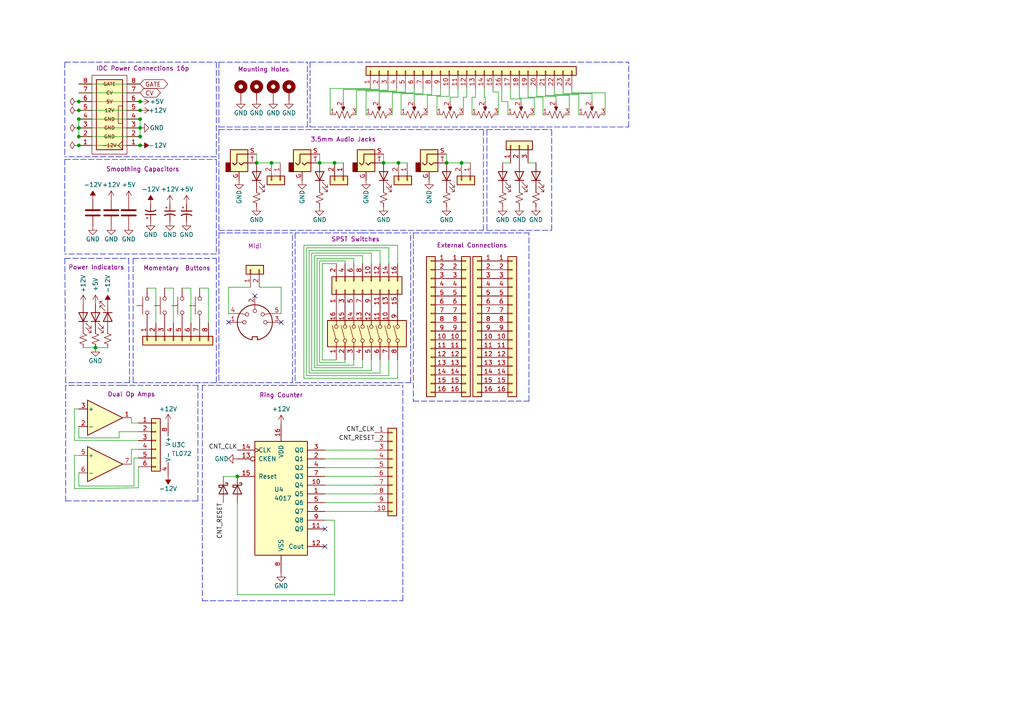
<source format=kicad_sch>
(kicad_sch (version 20211123) (generator eeschema)
  (paper "A4")
  (junction (at 27.686 100.838))
  (junction (at 115.57 47.244))
  (junction (at 68.834 138.176))
  (junction (at 111.252 47.244))
  (junction (at 40.64 37.084))
  (junction (at 129.54 47.244))
  (junction (at 40.64 32.004))
  (junction (at 22.86 29.464))
  (junction (at 40.64 39.624))
  (junction (at 74.422 47.244))
  (junction (at 78.74 47.244))
  (junction (at 92.71 47.244))
  (junction (at 22.86 42.164))
  (junction (at 22.86 34.544))
  (junction (at 40.64 34.544))
  (junction (at 97.028 47.244))
  (junction (at 22.86 37.084))
  (junction (at 22.86 39.624))
  (junction (at 22.86 32.004))
  (junction (at 40.64 42.164))
  (junction (at 40.64 29.464))
  (junction (at 133.858 47.244))
  (no_connect (at 81.534 93.472))
  (no_connect (at 66.294 93.472))
  (no_connect (at 73.914 85.852))
  (no_connect (at 94.234 158.496))
  (no_connect (at 94.234 153.416))
  (wire (pts (xy 105.156 106.68) (xy 91.186 106.68)))
  (wire (pts (xy 165.862 26.924) (xy 175.514 26.924)))
  (wire (pts (xy 34.544 127) (xy 22.86 127)))
  (polyline (pts (xy 63.5 18.034) (xy 89.154 18.034)))
  (wire (pts (xy 115.062 25.654) (xy 115.062 26.416)))
  (wire (pts (xy 40.132 132.842) (xy 38.862 132.842)))
  (wire (pts (xy 130.556 28.194) (xy 132.842 28.194)))
  (wire (pts (xy 102.616 76.454) (xy 102.616 74.93)))
  (wire (pts (xy 171.704 29.464) (xy 171.704 27.178)))
  (polyline (pts (xy 84.836 110.998) (xy 84.836 67.564)))
  (wire (pts (xy 91.948 74.93) (xy 91.948 105.918)))
  (wire (pts (xy 120.142 26.924) (xy 120.142 25.654)))
  (wire (pts (xy 34.544 127) (xy 34.544 125.222)))
  (polyline (pts (xy 18.796 46.228) (xy 18.796 73.66)))
  (polyline (pts (xy 89.916 36.83) (xy 182.372 36.83)))
  (wire (pts (xy 38.862 132.842) (xy 38.862 140.97)))
  (wire (pts (xy 155.702 27.94) (xy 161.29 27.94)))
  (polyline (pts (xy 153.416 116.332) (xy 153.416 67.564)))
  (wire (pts (xy 22.86 24.384) (xy 40.64 24.384)))
  (wire (pts (xy 68.834 145.796) (xy 68.834 172.466)))
  (wire (pts (xy 55.372 93.726) (xy 55.372 83.566)))
  (wire (pts (xy 68.834 172.466) (xy 97.028 172.466)))
  (wire (pts (xy 38.1 122.682) (xy 40.132 122.682)))
  (wire (pts (xy 167.894 27.432) (xy 167.894 33.274)))
  (wire (pts (xy 97.028 150.876) (xy 94.234 150.876)))
  (wire (pts (xy 74.422 44.704) (xy 74.422 47.244)))
  (wire (pts (xy 92.71 47.244) (xy 97.028 47.244)))
  (wire (pts (xy 135.382 28.194) (xy 135.382 25.654)))
  (wire (pts (xy 110.236 72.644) (xy 110.236 76.454)))
  (wire (pts (xy 107.696 73.406) (xy 90.424 73.406)))
  (wire (pts (xy 161.29 27.94) (xy 161.29 29.464)))
  (wire (pts (xy 134.366 28.194) (xy 134.366 33.274)))
  (wire (pts (xy 24.13 100.838) (xy 27.686 100.838)))
  (wire (pts (xy 88.138 71.12) (xy 115.316 71.12)))
  (wire (pts (xy 127.762 27.686) (xy 127.762 25.654)))
  (wire (pts (xy 145.796 47.244) (xy 148.082 47.244)))
  (wire (pts (xy 113.792 26.924) (xy 120.142 26.924)))
  (wire (pts (xy 153.162 25.654) (xy 153.162 28.194)))
  (wire (pts (xy 125.222 27.432) (xy 125.222 25.654)))
  (wire (pts (xy 60.452 93.726) (xy 60.452 83.566)))
  (wire (pts (xy 126.746 27.94) (xy 130.302 27.94)))
  (wire (pts (xy 112.776 108.966) (xy 112.776 104.394)))
  (wire (pts (xy 130.556 29.464) (xy 130.556 28.194)))
  (wire (pts (xy 157.48 28.194) (xy 157.48 33.274)))
  (wire (pts (xy 21.59 127.762) (xy 40.132 127.762)))
  (wire (pts (xy 50.292 93.726) (xy 50.292 83.566)))
  (wire (pts (xy 111.252 47.244) (xy 115.57 47.244)))
  (wire (pts (xy 81.534 83.312) (xy 81.534 90.932)))
  (wire (pts (xy 107.696 107.442) (xy 107.696 104.394)))
  (wire (pts (xy 45.212 93.726) (xy 45.212 83.566)))
  (wire (pts (xy 95.758 25.654) (xy 95.758 33.274)))
  (polyline (pts (xy 141.224 37.592) (xy 160.02 37.592)))
  (wire (pts (xy 145.542 25.654) (xy 145.542 29.464)))
  (wire (pts (xy 91.948 105.918) (xy 102.616 105.918)))
  (wire (pts (xy 115.316 71.12) (xy 115.316 76.454)))
  (wire (pts (xy 22.86 39.624) (xy 40.64 39.624)))
  (polyline (pts (xy 18.796 74.93) (xy 37.338 74.93)))
  (wire (pts (xy 34.544 125.222) (xy 40.132 125.222)))
  (wire (pts (xy 94.234 145.796) (xy 108.712 145.796)))
  (wire (pts (xy 112.522 26.162) (xy 112.522 25.654)))
  (polyline (pts (xy 89.154 36.83) (xy 89.154 18.034)))
  (wire (pts (xy 153.162 28.194) (xy 157.48 28.194)))
  (wire (pts (xy 94.234 148.336) (xy 108.712 148.336)))
  (polyline (pts (xy 18.796 74.93) (xy 19.05 110.998)))
  (wire (pts (xy 100.076 105.156) (xy 92.71 105.156)))
  (polyline (pts (xy 63.5 110.998) (xy 84.836 110.998)))
  (wire (pts (xy 151.13 28.702) (xy 151.13 29.464)))
  (wire (pts (xy 163.322 27.178) (xy 163.322 25.654)))
  (wire (pts (xy 171.704 27.178) (xy 163.322 27.178)))
  (wire (pts (xy 66.294 83.312) (xy 72.644 83.312)))
  (wire (pts (xy 88.9 108.966) (xy 112.776 108.966)))
  (wire (pts (xy 136.906 28.194) (xy 136.906 33.274)))
  (wire (pts (xy 107.442 25.654) (xy 95.758 25.654)))
  (wire (pts (xy 147.32 29.464) (xy 147.32 33.274)))
  (wire (pts (xy 140.716 29.464) (xy 140.716 28.194)))
  (wire (pts (xy 90.424 73.406) (xy 90.424 107.442)))
  (polyline (pts (xy 35.306 111.76) (xy 57.404 111.76)))
  (wire (pts (xy 94.234 143.256) (xy 108.712 143.256)))
  (wire (pts (xy 153.162 47.244) (xy 155.448 47.244)))
  (polyline (pts (xy 63.5 37.592) (xy 63.5 66.802)))
  (wire (pts (xy 22.86 39.624) (xy 22.86 37.084)))
  (polyline (pts (xy 37.592 110.998) (xy 19.05 110.998)))
  (wire (pts (xy 92.71 105.156) (xy 92.71 75.692)))
  (wire (pts (xy 116.332 27.178) (xy 122.682 27.178)))
  (wire (pts (xy 75.184 83.312) (xy 81.534 83.312)))
  (wire (pts (xy 107.696 76.454) (xy 107.696 73.406)))
  (polyline (pts (xy 119.888 116.332) (xy 153.416 116.332)))
  (wire (pts (xy 94.234 133.096) (xy 108.712 133.096)))
  (polyline (pts (xy 63.5 66.802) (xy 140.208 66.802)))
  (polyline (pts (xy 182.372 36.83) (xy 182.372 18.034)))
  (wire (pts (xy 21.59 132.08) (xy 21.59 141.732)))
  (polyline (pts (xy 160.02 66.802) (xy 160.02 37.592)))
  (polyline (pts (xy 18.796 46.228) (xy 62.738 46.228)))
  (wire (pts (xy 90.424 107.442) (xy 107.696 107.442)))
  (wire (pts (xy 165.862 25.654) (xy 165.862 26.924)))
  (wire (pts (xy 136.906 28.194) (xy 137.922 28.194)))
  (wire (pts (xy 117.602 26.67) (xy 117.602 25.654)))
  (wire (pts (xy 143.002 25.654) (xy 143.002 26.67)))
  (wire (pts (xy 27.686 100.838) (xy 31.242 100.838)))
  (polyline (pts (xy 140.208 66.802) (xy 140.208 37.592)))
  (polyline (pts (xy 89.916 18.034) (xy 89.916 36.83)))
  (wire (pts (xy 123.952 27.686) (xy 127.762 27.686)))
  (wire (pts (xy 111.252 44.704) (xy 111.252 47.244)))
  (polyline (pts (xy 18.796 18.034) (xy 18.796 45.466)))
  (wire (pts (xy 109.982 26.67) (xy 117.602 26.67)))
  (wire (pts (xy 21.59 132.08) (xy 22.86 132.08)))
  (wire (pts (xy 22.86 29.464) (xy 40.64 29.464)))
  (wire (pts (xy 116.332 27.178) (xy 116.332 33.274)))
  (wire (pts (xy 158.242 25.654) (xy 158.242 27.686)))
  (wire (pts (xy 129.54 47.244) (xy 133.858 47.244)))
  (wire (pts (xy 22.86 118.618) (xy 21.59 118.618)))
  (wire (pts (xy 140.716 28.194) (xy 140.462 28.194)))
  (polyline (pts (xy 105.156 67.564) (xy 85.598 67.564)))
  (wire (pts (xy 122.682 27.178) (xy 122.682 25.654)))
  (polyline (pts (xy 141.224 37.592) (xy 141.224 66.802)))
  (wire (pts (xy 99.568 29.464) (xy 99.568 25.908)))
  (wire (pts (xy 160.782 25.654) (xy 160.782 27.432)))
  (polyline (pts (xy 141.224 66.802) (xy 160.02 66.802)))
  (wire (pts (xy 120.142 29.464) (xy 120.142 27.432)))
  (wire (pts (xy 99.568 25.908) (xy 109.982 25.908)))
  (wire (pts (xy 97.028 47.244) (xy 99.568 47.244)))
  (wire (pts (xy 94.234 130.556) (xy 108.712 130.556)))
  (polyline (pts (xy 63.5 18.034) (xy 63.5 36.83)))
  (polyline (pts (xy 63.5 67.564) (xy 63.5 110.998)))
  (polyline (pts (xy 19.05 111.76) (xy 19.05 145.288)))
  (wire (pts (xy 21.59 141.732) (xy 40.132 141.478)))
  (wire (pts (xy 133.858 47.244) (xy 136.398 47.244)))
  (wire (pts (xy 154.94 28.448) (xy 154.94 33.274)))
  (wire (pts (xy 78.74 47.244) (xy 81.28 47.244)))
  (wire (pts (xy 129.54 44.704) (xy 129.54 47.244)))
  (wire (pts (xy 22.86 127) (xy 22.86 123.698)))
  (wire (pts (xy 115.062 26.416) (xy 106.172 26.416)))
  (wire (pts (xy 103.378 26.162) (xy 103.378 33.274)))
  (wire (pts (xy 150.622 28.448) (xy 154.94 28.448)))
  (wire (pts (xy 134.366 28.194) (xy 135.382 28.194)))
  (wire (pts (xy 109.982 25.908) (xy 109.982 25.654)))
  (polyline (pts (xy 19.05 145.288) (xy 57.404 145.288)))
  (polyline (pts (xy 85.598 67.564) (xy 85.598 110.998)))
  (wire (pts (xy 148.082 28.702) (xy 151.13 28.702)))
  (polyline (pts (xy 62.738 73.66) (xy 18.796 73.66)))
  (polyline (pts (xy 38.608 74.93) (xy 62.738 74.93)))
  (wire (pts (xy 155.702 25.654) (xy 155.702 27.94)))
  (polyline (pts (xy 85.598 110.998) (xy 119.126 110.998)))
  (polyline (pts (xy 18.796 18.034) (xy 62.738 18.034)))
  (wire (pts (xy 64.77 138.176) (xy 68.834 138.176)))
  (wire (pts (xy 74.422 47.244) (xy 78.74 47.244)))
  (wire (pts (xy 97.028 172.466) (xy 97.028 150.876)))
  (polyline (pts (xy 63.5 36.83) (xy 89.154 36.83)))
  (wire (pts (xy 115.316 109.728) (xy 88.138 109.728)))
  (wire (pts (xy 102.616 74.93) (xy 91.948 74.93)))
  (wire (pts (xy 40.132 135.382) (xy 40.132 141.478)))
  (wire (pts (xy 22.86 32.004) (xy 40.64 32.004)))
  (wire (pts (xy 89.662 108.204) (xy 89.662 72.644)))
  (wire (pts (xy 22.86 26.924) (xy 40.64 26.924)))
  (polyline (pts (xy 89.916 18.034) (xy 182.372 18.034)))
  (wire (pts (xy 38.1 121.158) (xy 38.1 122.682)))
  (wire (pts (xy 115.57 47.244) (xy 118.11 47.244)))
  (polyline (pts (xy 119.888 67.564) (xy 153.416 67.564)))
  (wire (pts (xy 140.462 28.194) (xy 140.462 25.654)))
  (wire (pts (xy 89.662 72.644) (xy 110.236 72.644)))
  (polyline (pts (xy 116.84 174.244) (xy 116.84 111.76)))
  (wire (pts (xy 120.142 27.432) (xy 125.222 27.432)))
  (wire (pts (xy 50.292 83.566) (xy 47.752 83.566)))
  (wire (pts (xy 103.378 26.162) (xy 112.522 26.162)))
  (wire (pts (xy 112.776 71.882) (xy 88.9 71.882)))
  (wire (pts (xy 113.792 26.924) (xy 113.792 33.274)))
  (wire (pts (xy 143.002 26.67) (xy 144.526 26.67)))
  (wire (pts (xy 22.86 42.164) (xy 40.64 42.164)))
  (wire (pts (xy 126.746 27.94) (xy 126.746 33.274)))
  (polyline (pts (xy 105.156 67.564) (xy 119.126 67.564)))
  (wire (pts (xy 66.294 90.932) (xy 66.294 83.312)))
  (wire (pts (xy 94.234 138.176) (xy 108.712 138.176)))
  (polyline (pts (xy 62.738 18.034) (xy 62.738 45.466)))
  (wire (pts (xy 100.076 75.692) (xy 100.076 76.454)))
  (wire (pts (xy 148.082 25.654) (xy 148.082 28.702)))
  (wire (pts (xy 38.1 130.302) (xy 40.132 130.302)))
  (wire (pts (xy 40.64 39.624) (xy 40.64 37.084)))
  (wire (pts (xy 22.86 37.084) (xy 40.64 37.084)))
  (wire (pts (xy 91.186 106.68) (xy 91.186 74.168)))
  (wire (pts (xy 110.236 108.204) (xy 89.662 108.204)))
  (wire (pts (xy 137.922 28.194) (xy 137.922 25.654)))
  (wire (pts (xy 94.234 140.716) (xy 108.712 140.716)))
  (wire (pts (xy 123.952 27.686) (xy 123.952 33.274)))
  (polyline (pts (xy 63.5 67.564) (xy 84.836 67.564)))
  (wire (pts (xy 22.86 140.97) (xy 38.862 140.97)))
  (wire (pts (xy 165.1 27.686) (xy 165.1 33.274)))
  (wire (pts (xy 105.156 74.168) (xy 105.156 76.454)))
  (wire (pts (xy 91.186 74.168) (xy 105.156 74.168)))
  (wire (pts (xy 175.514 26.924) (xy 175.514 33.274)))
  (wire (pts (xy 160.782 27.432) (xy 167.894 27.432)))
  (wire (pts (xy 22.86 37.084) (xy 22.86 34.544)))
  (wire (pts (xy 150.622 25.654) (xy 150.622 28.448)))
  (wire (pts (xy 94.234 135.636) (xy 108.712 135.636)))
  (polyline (pts (xy 119.888 67.564) (xy 119.888 116.332)))
  (wire (pts (xy 110.236 104.394) (xy 110.236 108.204)))
  (wire (pts (xy 132.842 28.194) (xy 132.842 25.654)))
  (polyline (pts (xy 38.608 74.93) (xy 38.608 110.998)))
  (wire (pts (xy 22.86 140.97) (xy 22.86 137.16)))
  (wire (pts (xy 22.86 34.544) (xy 40.64 34.544)))
  (wire (pts (xy 55.372 83.566) (xy 52.832 83.566)))
  (wire (pts (xy 21.59 118.618) (xy 21.59 127.762)))
  (polyline (pts (xy 37.338 74.93) (xy 37.592 110.998)))
  (polyline (pts (xy 58.674 174.244) (xy 116.84 174.244)))
  (polyline (pts (xy 62.738 110.998) (xy 38.608 110.998)))
  (polyline (pts (xy 84.582 111.76) (xy 116.84 111.76)))
  (wire (pts (xy 88.9 71.882) (xy 88.9 108.966)))
  (polyline (pts (xy 62.738 74.93) (xy 62.738 110.998)))
  (wire (pts (xy 115.316 104.394) (xy 115.316 109.728)))
  (wire (pts (xy 130.302 27.94) (xy 130.302 25.654)))
  (wire (pts (xy 92.71 44.704) (xy 92.71 47.244)))
  (wire (pts (xy 88.138 109.728) (xy 88.138 71.12)))
  (wire (pts (xy 92.71 75.692) (xy 100.076 75.692)))
  (wire (pts (xy 93.472 104.394) (xy 97.536 104.394)))
  (wire (pts (xy 106.172 26.416) (xy 106.172 33.274)))
  (wire (pts (xy 109.982 29.464) (xy 109.982 26.67)))
  (wire (pts (xy 105.156 104.394) (xy 105.156 106.68)))
  (wire (pts (xy 144.526 26.67) (xy 144.526 33.274)))
  (wire (pts (xy 40.64 37.084) (xy 40.64 34.544)))
  (polyline (pts (xy 58.674 111.76) (xy 58.674 174.244)))
  (wire (pts (xy 100.076 104.394) (xy 100.076 105.156)))
  (polyline (pts (xy 35.306 111.76) (xy 19.05 111.76)))
  (wire (pts (xy 158.242 27.686) (xy 165.1 27.686)))
  (wire (pts (xy 45.212 83.566) (xy 42.672 83.566)))
  (polyline (pts (xy 62.738 45.466) (xy 18.796 45.466)))
  (wire (pts (xy 60.452 83.566) (xy 57.912 83.566)))
  (wire (pts (xy 145.542 29.464) (xy 147.32 29.464)))
  (polyline (pts (xy 57.404 145.288) (xy 57.404 111.76)))
  (polyline (pts (xy 84.836 111.76) (xy 58.674 111.76)))
  (polyline (pts (xy 119.126 110.998) (xy 119.126 67.564)))
  (wire (pts (xy 102.616 105.918) (xy 102.616 104.394)))
  (wire (pts (xy 38.1 134.62) (xy 38.1 130.302)))
  (wire (pts (xy 93.472 76.454) (xy 93.472 104.394)))
  (wire (pts (xy 97.536 76.454) (xy 93.472 76.454)))
  (polyline (pts (xy 62.738 46.228) (xy 62.738 73.66)))
  (wire (pts (xy 112.776 76.454) (xy 112.776 71.882)))
  (polyline (pts (xy 63.5 37.592) (xy 140.208 37.592)))
  (label "CNT_CLK" (at 68.834 130.556 180))
  (label "CNT_CLK" (at 108.712 125.476 180))
  (label "CNT_RESET" (at 108.712 128.016 180))
  (label "CNT_RESET" (at 64.77 145.796 270))
  (global_label "GATE" (shape bidirectional) (at 40.64 24.384 0) (property "Intersheet References" "${INTERSHEET_REFS}" (effects hide)))
  (global_label "CV" (shape bidirectional) (at 40.64 26.924 0) (property "Intersheet References" "${INTERSHEET_REFS}" (effects hide)))
  (symbol (lib_id "Device:R_Potentiometer_US") (at 120.142 33.274 90) (unit 1)
    (property "Reference" "RV3" (effects hide))
    (property "Value" "R_Potentiometer_US" (effects hide))
    (property "Footprint" "LIBRARY-8-bit-computer:alpha-9mm-potentiometer" (effects hide))
  )
  (symbol (lib_id "Device:LED") (at 74.422 51.054 90) (unit 1)
    (property "Reference" "D1" (effects hide))
    (property "Value" "LED" (effects hide))
    (property "Footprint" "LED_SMD:LED_0805_2012Metric-Blue" (effects hide))
  )
  (symbol (lib_id "Connector_Generic:Conn_02x08_Odd_Even") (at 105.156 84.074 90) (unit 1)
    (property "Reference" "J11" (effects hide))
    (property "Value" "Conn_02x08_Odd_Even" (effects hide))
    (property "Footprint" "Connector_PinHeader_2.54mm:PinHeader_2x08_P2.54mm_Vertical" (effects hide))
  )
  (symbol (lib_id "power:GND") (at 87.63 52.324 0) (mirror y) (unit 1)
    (property "Reference" "#PWR024" (effects hide))
    (property "Value" "GND" (at 87.63 57.15 90))
  )
  (symbol (lib_id "power:+12V") (at 40.64 32.004 270) (unit 1)
    (property "Reference" "#PWR01" (effects hide))
    (property "Value" "+12V" (at 45.72 32.004 90))
  )
  (symbol (lib_id "power:+5V") (at 40.64 29.464 270) (unit 1)
    (property "Reference" "#PWR016" (effects hide))
    (property "Value" "+5V" (at 43.434 29.464 90) (effects (justify left)))
  )
  (symbol (lib_id "Connector:AudioJack2_Ground") (at 106.172 47.244 0) (unit 1)
    (property "Reference" "J5" (effects hide))
    (property "Value" "AudioJack2_Ground" (effects hide))
    (property "Footprint" "LIBRARY-8-bit-computer:3.5mm-mono-jack-eurorack-2" (effects hide))
    (property "Field4" "3.5mm Audio Jacks" (at 99.568 40.386 0))
  )
  (symbol (lib_id "4xxx:4017") (at 81.534 143.256 0) (unit 1)
    (property "Reference" "U4" (at 79.502 141.986 0) (effects (justify left)))
    (property "Value" "4017" (at 79.502 144.526 0) (effects (justify left)))
    (property "Footprint" "Package_SO:SOIC-16_3.9x9.9mm_P1.27mm" (effects hide))
    (property "Datasheet" "http://www.intersil.com/content/dam/Intersil/documents/cd40/cd4017bms-22bms.pdf" (effects hide))
    (property "Field4" "Ring Counter" (at 81.534 114.554 0))
  )
  (symbol (lib_id "power:GND") (at 92.71 59.944 0) (mirror y) (unit 1)
    (property "Reference" "#PWR020" (effects hide))
    (property "Value" "GND" (at 92.71 63.754 0))
  )
  (symbol (lib_id "Device:C_Polarized_Small_US") (at 49.276 61.722 0) (unit 1)
    (property "Reference" "C4" (effects hide))
    (property "Value" "C_Polarized_Small_US" (effects hide))
    (property "Footprint" "Capacitor_SMD:CP_Elec_6.3x7.7" (effects hide))
  )
  (symbol (lib_id "Device:LED") (at 155.448 51.054 90) (unit 1)
    (property "Reference" "D12" (effects hide))
    (property "Value" "LED" (effects hide))
    (property "Footprint" "LED_SMD:LED_0805_2012Metric-Blue" (effects hide))
  )
  (symbol (lib_id "Switch:SW_Push") (at 42.672 88.646 90) (unit 1)
    (property "Reference" "SW2" (effects hide))
    (property "Value" "SW_Push" (effects hide))
    (property "Footprint" "Button_Switch_THT:SW_PUSH_6mm" (effects hide))
  )
  (symbol (lib_id "Connector_Generic:Conn_01x06") (at 45.212 127.762 0) (unit 1)
    (property "Reference" "J12" (effects hide))
    (property "Value" "Conn_01x06" (effects hide))
    (property "Footprint" "Connector_PinHeader_2.54mm:PinHeader_1x06_P2.54mm_Vertical" (effects hide))
  )
  (symbol (lib_id "Connector_Generic:Conn_01x16") (at 135.128 93.472 0) (unit 1)
    (property "Reference" "J16" (effects hide))
    (property "Value" "Conn_01x16" (effects hide))
    (property "Footprint" "Connector_PinHeader_2.54mm:PinHeader_1x16_P2.54mm_Horizontal" (effects hide))
    (property "Field4" "External Connections" (at 136.906 71.12 0))
  )
  (symbol (lib_id "power:GND") (at 40.64 37.084 90) (mirror x) (unit 1)
    (property "Reference" "#PWR02" (effects hide))
    (property "Value" "GND" (at 45.466 37.084 90))
  )
  (symbol (lib_id "Device:LED") (at 111.252 51.054 90) (unit 1)
    (property "Reference" "D3" (effects hide))
    (property "Value" "LED" (effects hide))
    (property "Footprint" "LED_SMD:LED_0805_2012Metric-Blue" (effects hide))
  )
  (symbol (lib_id "power:+5V") (at 54.102 59.182 0) (unit 1)
    (property "Reference" "#PWR038" (effects hide))
    (property "Value" "+5V" (at 54.102 54.864 0))
  )
  (symbol (lib_id "Device:R_Potentiometer_US") (at 99.568 33.274 90) (unit 1)
    (property "Reference" "RV1" (effects hide))
    (property "Value" "R_Potentiometer_US" (effects hide))
    (property "Footprint" "LIBRARY-8-bit-computer:alpha-9mm-potentiometer" (effects hide))
  )
  (symbol (lib_id "Device:C") (at 26.924 61.722 0) (unit 1)
    (property "Reference" "C1" (effects hide))
    (property "Value" "C" (effects hide))
    (property "Footprint" "Capacitor_SMD:C_0805_2012Metric" (effects hide))
  )
  (symbol (lib_id "Device:R_Small_US") (at 74.422 57.404 0) (unit 1)
    (property "Reference" "R1" (effects hide))
    (property "Value" "R_Small_US" (effects hide))
    (property "Footprint" "Resistor_SMD:R_0805_2012Metric" (effects hide))
  )
  (symbol (lib_id "power:GND") (at 74.422 59.944 0) (mirror y) (unit 1)
    (property "Reference" "#PWR019" (effects hide))
    (property "Value" "GND" (at 74.422 63.754 0))
  )
  (symbol (lib_id "power:GND") (at 68.834 133.096 270) (mirror x) (unit 1)
    (property "Reference" "#PWR044" (effects hide))
    (property "Value" "GND" (at 64.262 133.096 90))
  )
  (symbol (lib_id "Mechanical:MountingHole_Pad") (at 83.82 26.416 0) (unit 1)
    (property "Reference" "H4" (effects hide))
    (property "Value" "MountingHole_Pad" (effects hide))
    (property "Footprint" "MountingHole:MountingHole_3mm_Pad_Via" (effects hide))
  )
  (symbol (lib_id "Device:R_Small_US") (at 27.686 98.298 0) (unit 1)
    (property "Reference" "R9" (effects hide))
    (property "Value" "R_Small_US" (effects hide))
    (property "Footprint" "Resistor_SMD:R_0805_2012Metric" (effects hide))
  )
  (symbol (lib_id "Connector_Generic:Conn_01x02") (at 136.398 52.324 270) (unit 1)
    (property "Reference" "J8" (effects hide))
    (property "Value" "Conn_01x02" (effects hide))
    (property "Footprint" "Connector_PinHeader_2.54mm:PinHeader_1x02_P2.54mm_Vertical" (effects hide))
  )
  (symbol (lib_id "power:GND") (at 54.102 64.262 0) (mirror y) (unit 1)
    (property "Reference" "#PWR039" (effects hide))
    (property "Value" "GND" (at 54.102 68.072 0))
  )
  (symbol (lib_id "Amplifier_Operational:TL072") (at 51.308 130.302 0) (unit 3)
    (property "Reference" "U3" (at 49.784 129.0319 0) (effects (justify left)))
    (property "Value" "TL072" (at 49.784 131.5719 0) (effects (justify left)))
    (property "Footprint" "Package_DIP:DIP-8_W7.62mm" (effects hide))
    (property "Datasheet" "http://www.ti.com/lit/ds/symlink/tl071.pdf" (effects hide))
  )
  (symbol (lib_id "Connector_Generic:Conn_01x16") (at 148.59 93.472 0) (unit 1)
    (property "Reference" "J18" (effects hide))
    (property "Value" "Conn_01x16" (effects hide))
    (property "Footprint" "Connector_PinHeader_2.54mm:PinHeader_1x16_P2.54mm_Horizontal" (effects hide))
  )
  (symbol (lib_id "power:PWR_FLAG") (at 22.86 29.464 90) (unit 1)
    (property "Reference" "#FLG04" (effects hide))
    (property "Value" "PWR_FLAG" (effects hide))
  )
  (symbol (lib_id "power:GND") (at 69.85 28.956 0) (mirror y) (unit 1)
    (property "Reference" "#PWR04" (effects hide))
    (property "Value" "GND" (at 69.85 32.766 0))
  )
  (symbol (lib_id "Device:C_Polarized_Small_US") (at 54.102 61.722 0) (unit 1)
    (property "Reference" "C6" (effects hide))
    (property "Value" "C_Polarized_Small_US" (effects hide))
    (property "Footprint" "Capacitor_SMD:CP_Elec_6.3x7.7" (effects hide))
  )
  (symbol (lib_id "power:GND") (at 83.82 28.956 0) (mirror y) (unit 1)
    (property "Reference" "#PWR09" (effects hide))
    (property "Value" "GND" (at 83.82 32.766 0))
  )
  (symbol (lib_id "LIBRARY-8-bit-computer:Eurorack_IDE_16P") (at 31.75 33.274 0) (unit 1)
    (property "Reference" "U1" (effects hide))
    (property "Value" "Eurorack_IDE_16P" (effects hide))
    (property "Footprint" "LIBRARY-8-bit-computer:IDC-Socket-Eurorack_16p_2.54mm" (effects hide))
    (property "Field4" "IDC Power Connections 16p" (at 41.402 19.812 0))
  )
  (symbol (lib_id "Device:C") (at 32.258 61.722 0) (unit 1)
    (property "Reference" "C2" (effects hide))
    (property "Value" "C" (effects hide))
    (property "Footprint" "Capacitor_SMD:C_0805_2012Metric" (effects hide))
  )
  (symbol (lib_id "Device:R_Potentiometer_US") (at 130.556 33.274 90) (unit 1)
    (property "Reference" "RV4" (effects hide))
    (property "Value" "R_Potentiometer_US" (effects hide))
    (property "Footprint" "LIBRARY-8-bit-computer:alpha-9mm-potentiometer" (effects hide))
  )
  (symbol (lib_id "Switch:SW_Push") (at 47.752 88.646 90) (unit 1)
    (property "Reference" "SW3" (effects hide))
    (property "Value" "SW_Push" (effects hide))
    (property "Footprint" "Button_Switch_THT:SW_PUSH_6mm" (effects hide))
  )
  (symbol (lib_id "power:GND") (at 43.688 64.262 0) (mirror y) (unit 1)
    (property "Reference" "#PWR018" (effects hide))
    (property "Value" "GND" (at 43.688 68.072 0))
  )
  (symbol (lib_id "power:GND") (at 111.252 59.944 0) (mirror y) (unit 1)
    (property "Reference" "#PWR021" (effects hide))
    (property "Value" "GND" (at 111.252 63.754 0))
  )
  (symbol (lib_id "power:GND") (at 37.338 65.532 0) (mirror y) (unit 1)
    (property "Reference" "#PWR013" (effects hide))
    (property "Value" "GND" (at 37.338 69.342 0))
  )
  (symbol (lib_id "power:PWR_FLAG") (at 22.86 37.084 90) (unit 1)
    (property "Reference" "#FLG02" (effects hide))
    (property "Value" "PWR_FLAG" (effects hide))
  )
  (symbol (lib_id "Connector_Generic:Conn_01x02") (at 81.28 52.324 270) (unit 1)
    (property "Reference" "J1" (effects hide))
    (property "Value" "Conn_01x02" (effects hide))
    (property "Footprint" "Connector_PinHeader_2.54mm:PinHeader_1x02_P2.54mm_Vertical" (effects hide))
  )
  (symbol (lib_id "Connector_Generic:Conn_01x03") (at 150.622 42.164 90) (unit 1)
    (property "Reference" "J10" (effects hide))
    (property "Value" "Conn_01x03" (effects hide))
    (property "Footprint" "Connector_PinHeader_2.54mm:PinHeader_1x03_P2.54mm_Vertical" (effects hide))
  )
  (symbol (lib_id "Device:R_Small_US") (at 150.622 57.404 0) (unit 1)
    (property "Reference" "R6" (effects hide))
    (property "Value" "R_Small_US" (effects hide))
    (property "Footprint" "Resistor_SMD:R_0805_2012Metric" (effects hide))
  )
  (symbol (lib_id "power:-12V") (at 48.768 137.922 180) (unit 1)
    (property "Reference" "#PWR041" (effects hide))
    (property "Value" "-12V" (at 48.768 141.732 0))
  )
  (symbol (lib_id "Connector_Generic:Conn_01x16") (at 124.968 93.472 0) (mirror y) (unit 1)
    (property "Reference" "J15" (effects hide))
    (property "Value" "Conn_01x16" (effects hide))
    (property "Footprint" "Connector_PinHeader_2.54mm:PinHeader_1x16_P2.54mm_Vertical" (effects hide))
  )
  (symbol (lib_id "Mechanical:MountingHole_Pad") (at 79.248 26.416 0) (unit 1)
    (property "Reference" "H3" (effects hide))
    (property "Value" "MountingHole_Pad" (effects hide))
    (property "Footprint" "MountingHole:MountingHole_3mm_Pad_Via" (effects hide))
    (property "Field4" "Mounting Holes" (effects hide))
  )
  (symbol (lib_id "Device:LED") (at 24.13 91.948 90) (unit 1)
    (property "Reference" "D6" (effects hide))
    (property "Value" "LED" (effects hide))
    (property "Footprint" "LED_SMD:LED_0805_2012Metric-Blue" (effects hide))
  )
  (symbol (lib_id "Device:LED") (at 145.796 51.054 90) (unit 1)
    (property "Reference" "D5" (effects hide))
    (property "Value" "LED" (effects hide))
    (property "Footprint" "LED_SMD:LED_0805_2012Metric-Blue" (effects hide))
  )
  (symbol (lib_id "Connector_Generic:Conn_01x24") (at 135.382 20.574 90) (unit 1)
    (property "Reference" "J9" (effects hide))
    (property "Value" "Conn_01x24" (effects hide))
    (property "Footprint" "Connector_PinSocket_2.54mm:PinSocket_1x24_P2.54mm_Vertical" (effects hide))
  )
  (symbol (lib_id "Device:LED") (at 92.71 51.054 90) (unit 1)
    (property "Reference" "D2" (effects hide))
    (property "Value" "LED" (effects hide))
    (property "Footprint" "LED_SMD:LED_0805_2012Metric-Blue" (effects hide))
  )
  (symbol (lib_id "Device:R_Potentiometer_US") (at 151.13 33.274 90) (unit 1)
    (property "Reference" "RV6" (effects hide))
    (property "Value" "R_Potentiometer_US" (effects hide))
    (property "Footprint" "LIBRARY-8-bit-computer:alpha-9mm-potentiometer" (effects hide))
  )
  (symbol (lib_id "Device:C_Polarized_Small_US") (at 43.688 61.722 0) (mirror x) (unit 1)
    (property "Reference" "C5" (effects hide))
    (property "Value" "C_Polarized_Small_US" (effects hide))
    (property "Footprint" "Capacitor_SMD:CP_Elec_6.3x7.7" (effects hide))
  )
  (symbol (lib_id "Connector:AudioJack2_Ground") (at 124.46 47.244 0) (unit 1)
    (property "Reference" "J7" (effects hide))
    (property "Value" "AudioJack2_Ground" (effects hide))
    (property "Footprint" "LIBRARY-8-bit-computer:3.5mm-mono-jack-eurorack-2" (effects hide))
  )
  (symbol (lib_id "power:+5V") (at 27.686 88.138 0) (unit 1)
    (property "Reference" "#PWR031" (effects hide))
    (property "Value" "+5V" (at 27.686 82.55 90))
  )
  (symbol (lib_id "Device:R_Small_US") (at 111.252 57.404 0) (unit 1)
    (property "Reference" "R3" (effects hide))
    (property "Value" "R_Small_US" (effects hide))
    (property "Footprint" "Resistor_SMD:R_0805_2012Metric" (effects hide))
  )
  (symbol (lib_id "Mechanical:MountingHole_Pad") (at 74.422 26.416 0) (unit 1)
    (property "Reference" "H2" (effects hide))
    (property "Value" "MountingHole_Pad" (effects hide))
    (property "Footprint" "MountingHole:MountingHole_3mm_Pad_Via" (effects hide))
  )
  (symbol (lib_id "power:PWR_FLAG") (at 22.86 32.004 90) (unit 1)
    (property "Reference" "#FLG01" (effects hide))
    (property "Value" "PWR_FLAG" (effects hide))
  )
  (symbol (lib_id "Connector_Generic:Conn_01x08") (at 50.292 98.806 90) (mirror x) (unit 1)
    (property "Reference" "J21" (effects hide))
    (property "Value" "Conn_01x08" (effects hide))
    (property "Footprint" "Connector_PinHeader_2.54mm:PinHeader_1x08_P2.54mm_Vertical" (effects hide))
  )
  (symbol (lib_id "Mechanical:MountingHole_Pad") (at 69.85 26.416 0) (unit 1)
    (property "Reference" "H1" (effects hide))
    (property "Value" "MountingHole_Pad" (effects hide))
    (property "Footprint" "MountingHole:MountingHole_3mm_Pad_Via" (effects hide))
    (property "Field4" "Mounting Holes" (at 76.454 20.066 0))
  )
  (symbol (lib_id "power:-12V") (at 31.242 88.138 0) (unit 1)
    (property "Reference" "#PWR033" (effects hide))
    (property "Value" "-12V" (at 31.242 82.296 90))
  )
  (symbol (lib_id "power:+5V") (at 37.338 57.912 0) (unit 1)
    (property "Reference" "#PWR012" (effects hide))
    (property "Value" "+5V" (at 37.338 53.594 0))
  )
  (symbol (lib_id "Connector:AudioJack2_Ground") (at 69.342 47.244 0) (unit 1)
    (property "Reference" "J3" (effects hide))
    (property "Value" "AudioJack2_Ground" (effects hide))
    (property "Footprint" "LIBRARY-8-bit-computer:3.5mm-mono-jack-eurorack-2" (effects hide))
  )
  (symbol (lib_id "Switch:SW_DIP_x08") (at 107.696 96.774 90) (unit 1)
    (property "Reference" "SW1" (effects hide))
    (property "Value" "SW_DIP_x08" (effects hide))
    (property "Footprint" "Button_Switch_THT:SW_DIP_SPSTx08_Slide_9.78x22.5mm_W7.62mm_P2.54mm" (effects hide))
    (property "Field4" "SPST Switches" (at 103.124 69.342 90))
  )
  (symbol (lib_id "power:GND") (at 124.46 52.324 0) (mirror y) (unit 1)
    (property "Reference" "#PWR026" (effects hide))
    (property "Value" "GND" (at 124.46 57.15 90))
  )
  (symbol (lib_id "power:GND") (at 27.686 100.838 0) (mirror y) (unit 1)
    (property "Reference" "#PWR032" (effects hide))
    (property "Value" "GND" (at 27.686 104.648 0))
  )
  (symbol (lib_id "power:+12V") (at 32.258 57.912 0) (unit 1)
    (property "Reference" "#PWR010" (effects hide))
    (property "Value" "+12V" (at 32.258 53.594 0))
  )
  (symbol (lib_id "power:GND") (at 79.248 28.956 0) (mirror y) (unit 1)
    (property "Reference" "#PWR08" (effects hide))
    (property "Value" "GND" (at 79.248 32.766 0))
  )
  (symbol (lib_id "Connector_Generic:Conn_01x02") (at 72.644 78.232 90) (unit 1)
    (property "Reference" "J20" (effects hide))
    (property "Value" "Conn_01x02" (effects hide))
    (property "Footprint" "Connector_PinHeader_2.54mm:PinHeader_1x02_P2.54mm_Vertical" (effects hide))
    (property "Field4" "Midi" (at 73.914 71.374 90))
  )
  (symbol (lib_id "Device:R_Small_US") (at 92.71 57.404 0) (unit 1)
    (property "Reference" "R2" (effects hide))
    (property "Value" "R_Small_US" (effects hide))
    (property "Footprint" "Resistor_SMD:R_0805_2012Metric" (effects hide))
  )
  (symbol (lib_id "Device:C") (at 37.338 61.722 0) (unit 1)
    (property "Reference" "C3" (effects hide))
    (property "Value" "C" (effects hide))
    (property "Footprint" "Capacitor_SMD:C_0805_2012Metric" (effects hide))
    (property "Field4" "Smoothing Capacitors" (at 41.402 49.022 0))
  )
  (symbol (lib_id "power:GND") (at 106.172 52.324 0) (mirror y) (unit 1)
    (property "Reference" "#PWR025" (effects hide))
    (property "Value" "GND" (at 106.172 57.15 90))
  )
  (symbol (lib_id "power:GND") (at 129.54 59.944 0) (mirror y) (unit 1)
    (property "Reference" "#PWR022" (effects hide))
    (property "Value" "GND" (at 129.54 63.754 0))
  )
  (symbol (lib_id "Diode:BAT43W-V") (at 64.77 141.986 270) (unit 1)
    (property "Reference" "D9" (effects hide))
    (property "Value" "BAT43W-V" (effects hide))
    (property "Footprint" "Diode_SMD:D_SOD-123" (effects hide))
    (property "Datasheet" "http://www.vishay.com/docs/85660/bat42.pdf" (effects hide))
  )
  (symbol (lib_id "Device:LED") (at 129.54 51.054 90) (unit 1)
    (property "Reference" "D4" (effects hide))
    (property "Value" "LED" (effects hide))
    (property "Footprint" "LED_SMD:LED_0805_2012Metric-Blue" (effects hide))
  )
  (symbol (lib_id "power:GND") (at 155.448 59.944 0) (mirror y) (unit 1)
    (property "Reference" "#PWR029" (effects hide))
    (property "Value" "GND" (at 155.448 63.754 0))
  )
  (symbol (lib_id "Amplifier_Operational:TL072") (at 30.48 134.62 0) (unit 2)
    (property "Reference" "U3" (effects hide))
    (property "Value" "TL072" (effects hide))
    (property "Footprint" "Package_DIP:DIP-8_W7.62mm" (effects hide))
    (property "Datasheet" "http://www.ti.com/lit/ds/symlink/tl071.pdf" (effects hide))
  )
  (symbol (lib_id "power:+12V") (at 81.534 122.936 0) (unit 1)
    (property "Reference" "#PWR042" (effects hide))
    (property "Value" "+12V" (at 81.534 118.618 0))
  )
  (symbol (lib_id "Connector:AudioJack2_Ground") (at 87.63 47.244 0) (unit 1)
    (property "Reference" "J2" (effects hide))
    (property "Value" "AudioJack2_Ground" (effects hide))
    (property "Footprint" "LIBRARY-8-bit-computer:3.5mm-mono-jack-eurorack-2" (effects hide))
  )
  (symbol (lib_id "Device:LED") (at 27.686 91.948 90) (unit 1)
    (property "Reference" "D7" (effects hide))
    (property "Value" "LED" (effects hide))
    (property "Footprint" "LED_SMD:LED_0805_2012Metric-Blue" (effects hide))
    (property "Field4" "Power Indicators" (at 27.94 77.47 90))
  )
  (symbol (lib_id "Amplifier_Operational:TL072") (at 30.48 121.158 0) (unit 1)
    (property "Reference" "U3" (effects hide))
    (property "Value" "TL072" (effects hide))
    (property "Footprint" "Package_DIP:DIP-8_W7.62mm" (effects hide))
    (property "Datasheet" "http://www.ti.com/lit/ds/symlink/tl071.pdf" (effects hide))
    (property "Field4" "Dual Op Amps" (at 38.1 114.3 0))
  )
  (symbol (lib_id "power:GND") (at 32.258 65.532 0) (mirror y) (unit 1)
    (property "Reference" "#PWR011" (effects hide))
    (property "Value" "GND" (at 32.258 69.342 0))
  )
  (symbol (lib_id "power:GND") (at 150.622 59.944 0) (mirror y) (unit 1)
    (property "Reference" "#PWR028" (effects hide))
    (property "Value" "GND" (at 150.622 63.754 0))
  )
  (symbol (lib_id "Device:R_Small_US") (at 145.796 57.404 0) (unit 1)
    (property "Reference" "R5" (effects hide))
    (property "Value" "R_Small_US" (effects hide))
    (property "Footprint" "Resistor_SMD:R_0805_2012Metric" (effects hide))
  )
  (symbol (lib_id "Switch:SW_Push") (at 52.832 88.646 90) (unit 1)
    (property "Reference" "SW4" (effects hide))
    (property "Value" "SW_Push" (effects hide))
    (property "Footprint" "Button_Switch_THT:SW_PUSH_6mm" (effects hide))
    (property "Field4" "Momentary  Buttons" (at 51.308 77.724 90))
  )
  (symbol (lib_id "Connector_Generic:Conn_01x02") (at 99.568 52.324 270) (unit 1)
    (property "Reference" "J4" (effects hide))
    (property "Value" "Conn_01x02" (effects hide))
    (property "Footprint" "Connector_PinHeader_2.54mm:PinHeader_1x02_P2.54mm_Vertical" (effects hide))
  )
  (symbol (lib_id "power:+12V") (at 24.13 88.138 0) (unit 1)
    (property "Reference" "#PWR030" (effects hide))
    (property "Value" "+12V" (at 24.13 82.296 90))
  )
  (symbol (lib_id "Device:R_Small_US") (at 129.54 57.404 0) (unit 1)
    (property "Reference" "R4" (effects hide))
    (property "Value" "R_Small_US" (effects hide))
    (property "Footprint" "Resistor_SMD:R_0805_2012Metric" (effects hide))
  )
  (symbol (lib_id "power:GND") (at 74.422 28.956 0) (mirror y) (unit 1)
    (property "Reference" "#PWR05" (effects hide))
    (property "Value" "GND" (at 74.422 32.766 0))
  )
  (symbol (lib_id "power:GND") (at 69.342 52.324 0) (mirror y) (unit 1)
    (property "Reference" "#PWR023" (effects hide))
    (property "Value" "GND" (at 69.342 57.15 90))
  )
  (symbol (lib_id "Connector_Generic:Conn_01x16") (at 138.43 93.472 0) (mirror y) (unit 1)
    (property "Reference" "J17" (effects hide))
    (property "Value" "Conn_01x16" (effects hide))
    (property "Footprint" "Connector_PinHeader_2.54mm:PinHeader_1x16_P2.54mm_Vertical" (effects hide))
  )
  (symbol (lib_id "Device:R_Potentiometer_US") (at 140.716 33.274 90) (unit 1)
    (property "Reference" "RV5" (effects hide))
    (property "Value" "R_Potentiometer_US" (effects hide))
    (property "Footprint" "LIBRARY-8-bit-computer:alpha-9mm-potentiometer" (effects hide))
  )
  (symbol (lib_id "Device:R_Small_US") (at 31.242 98.298 0) (unit 1)
    (property "Reference" "R10" (effects hide))
    (property "Value" "R_Small_US" (effects hide))
    (property "Footprint" "Resistor_SMD:R_0805_2012Metric" (effects hide))
  )
  (symbol (lib_id "power:GND") (at 26.924 65.532 0) (mirror y) (unit 1)
    (property "Reference" "#PWR07" (effects hide))
    (property "Value" "GND" (at 26.924 69.342 0))
  )
  (symbol (lib_id "Connector_Generic:Conn_01x02") (at 118.11 52.324 270) (unit 1)
    (property "Reference" "J6" (effects hide))
    (property "Value" "Conn_01x02" (effects hide))
    (property "Footprint" "Connector_PinHeader_2.54mm:PinHeader_1x02_P2.54mm_Vertical" (effects hide))
  )
  (symbol (lib_id "Diode:BAT43W-V") (at 68.834 141.986 270) (unit 1)
    (property "Reference" "D10" (effects hide))
    (property "Value" "BAT43W-V" (effects hide))
    (property "Footprint" "Diode_SMD:D_SOD-123" (effects hide))
    (property "Datasheet" "http://www.vishay.com/docs/85660/bat42.pdf" (effects hide))
  )
  (symbol (lib_id "Device:R_Potentiometer_US") (at 171.704 33.274 90) (unit 1)
    (property "Reference" "RV8" (effects hide))
    (property "Value" "R_Potentiometer_US" (effects hide))
    (property "Footprint" "LIBRARY-8-bit-computer:alpha-9mm-potentiometer" (effects hide))
  )
  (symbol (lib_id "Device:LED") (at 31.242 91.948 270) (unit 1)
    (property "Reference" "D8" (effects hide))
    (property "Value" "LED" (effects hide))
    (property "Footprint" "LED_SMD:LED_0805_2012Metric-Blue" (effects hide))
  )
  (symbol (lib_id "power:GND") (at 81.534 166.116 0) (mirror y) (unit 1)
    (property "Reference" "#PWR043" (effects hide))
    (property "Value" "GND" (at 81.534 169.926 0))
  )
  (symbol (lib_id "Switch:SW_Push") (at 57.912 88.646 90) (unit 1)
    (property "Reference" "SW5" (effects hide))
    (property "Value" "SW_Push" (effects hide))
    (property "Footprint" "Button_Switch_THT:SW_PUSH_6mm" (effects hide))
  )
  (symbol (lib_id "power:-12V") (at 43.688 59.182 0) (unit 1)
    (property "Reference" "#PWR017" (effects hide))
    (property "Value" "-12V" (at 43.688 54.864 0))
  )
  (symbol (lib_id "power:-12V") (at 40.64 42.164 270) (unit 1)
    (property "Reference" "#PWR03" (effects hide))
    (property "Value" "-12V" (at 45.72 42.164 90))
  )
  (symbol (lib_id "Device:R_Potentiometer_US") (at 109.982 33.274 90) (unit 1)
    (property "Reference" "RV2" (effects hide))
    (property "Value" "R_Potentiometer_US" (effects hide))
    (property "Footprint" "LIBRARY-8-bit-computer:alpha-9mm-potentiometer" (effects hide))
  )
  (symbol (lib_id "Connector_Generic:Conn_01x10") (at 113.792 135.636 0) (unit 1)
    (property "Reference" "J13" (effects hide))
    (property "Value" "Conn_01x10" (effects hide))
    (property "Footprint" "Connector_PinHeader_2.54mm:PinHeader_1x10_P2.54mm_Vertical" (effects hide))
  )
  (symbol (lib_id "Device:R_Small_US") (at 155.448 57.404 0) (unit 1)
    (property "Reference" "R7" (effects hide))
    (property "Value" "R_Small_US" (effects hide))
    (property "Footprint" "Resistor_SMD:R_0805_2012Metric" (effects hide))
  )
  (symbol (lib_id "Connector:DIN-5_180degree") (at 73.914 93.472 0) (unit 1)
    (property "Reference" "J19" (effects hide))
    (property "Value" "DIN-5_180degree" (effects hide))
    (property "Footprint" "LIBRARY-8-bit-computer:MIDI_DIN5" (effects hide))
    (property "Datasheet" "http://www.mouser.com/ds/2/18/40_c091_abd_e-75918.pdf" (effects hide))
  )
  (symbol (lib_id "power:PWR_FLAG") (at 22.86 42.164 90) (unit 1)
    (property "Reference" "#FLG03" (effects hide))
    (property "Value" "PWR_FLAG" (effects hide))
  )
  (symbol (lib_id "Device:LED") (at 150.622 51.054 90) (unit 1)
    (property "Reference" "D11" (effects hide))
    (property "Value" "LED" (effects hide))
    (property "Footprint" "LED_SMD:LED_0805_2012Metric-Blue" (effects hide))
  )
  (symbol (lib_id "power:+12V") (at 48.768 122.682 0) (unit 1)
    (property "Reference" "#PWR040" (effects hide))
    (property "Value" "+12V" (at 48.768 118.618 0))
  )
  (symbol (lib_id "power:GND") (at 49.276 64.262 0) (mirror y) (unit 1)
    (property "Reference" "#PWR015" (effects hide))
    (property "Value" "GND" (at 49.276 68.072 0))
  )
  (symbol (lib_id "power:GND") (at 145.796 59.944 0) (mirror y) (unit 1)
    (property "Reference" "#PWR027" (effects hide))
    (property "Value" "GND" (at 145.796 63.754 0))
  )
  (symbol (lib_id "Device:R_Potentiometer_US") (at 161.29 33.274 90) (unit 1)
    (property "Reference" "RV7" (effects hide))
    (property "Value" "R_Potentiometer_US" (effects hide))
    (property "Footprint" "LIBRARY-8-bit-computer:alpha-9mm-potentiometer" (effects hide))
  )
  (symbol (lib_id "power:+12V") (at 49.276 59.182 0) (unit 1)
    (property "Reference" "#PWR014" (effects hide))
    (property "Value" "+12V" (at 49.276 54.864 0))
  )
  (symbol (lib_id "power:-12V") (at 26.924 57.912 0) (unit 1)
    (property "Reference" "#PWR06" (effects hide))
    (property "Value" "-12V" (at 26.924 53.594 0))
  )
  (symbol (lib_id "Device:R_Small_US") (at 24.13 98.298 0) (unit 1)
    (property "Reference" "R8" (effects hide))
    (property "Value" "R_Small_US" (effects hide))
    (property "Footprint" "Resistor_SMD:R_0805_2012Metric" (effects hide))
  )
)
</source>
